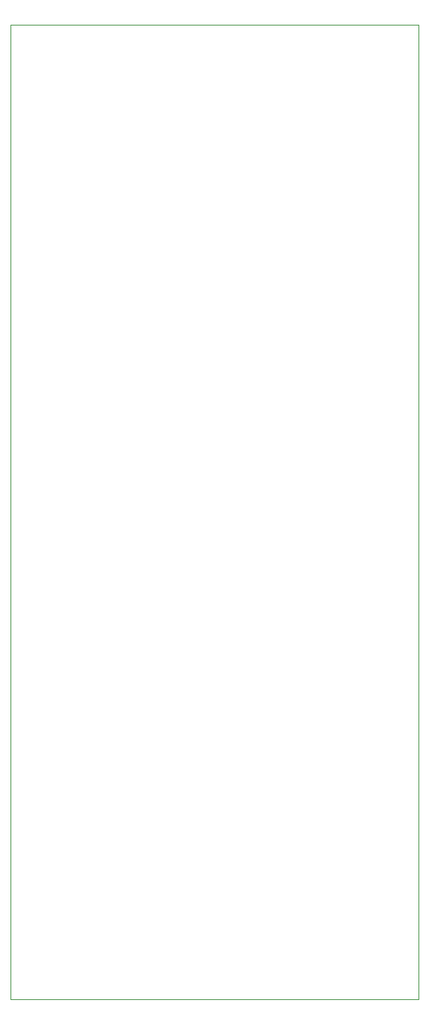
<source format=gbr>
G04 #@! TF.GenerationSoftware,KiCad,Pcbnew,(5.1.2)-1*
G04 #@! TF.CreationDate,2019-10-08T15:51:24-07:00*
G04 #@! TF.ProjectId,sputterizer,73707574-7465-4726-997a-65722e6b6963,rev?*
G04 #@! TF.SameCoordinates,Original*
G04 #@! TF.FileFunction,Profile,NP*
%FSLAX46Y46*%
G04 Gerber Fmt 4.6, Leading zero omitted, Abs format (unit mm)*
G04 Created by KiCad (PCBNEW (5.1.2)-1) date 2019-10-08 15:51:24*
%MOMM*%
%LPD*%
G04 APERTURE LIST*
%ADD10C,0.100000*%
G04 APERTURE END LIST*
D10*
X95000000Y-175000000D02*
X49000000Y-175000000D01*
X95000000Y-65000000D02*
X95000000Y-175000000D01*
X49000000Y-65000000D02*
X95000000Y-65000000D01*
X49000000Y-175000000D02*
X49000000Y-65000000D01*
M02*

</source>
